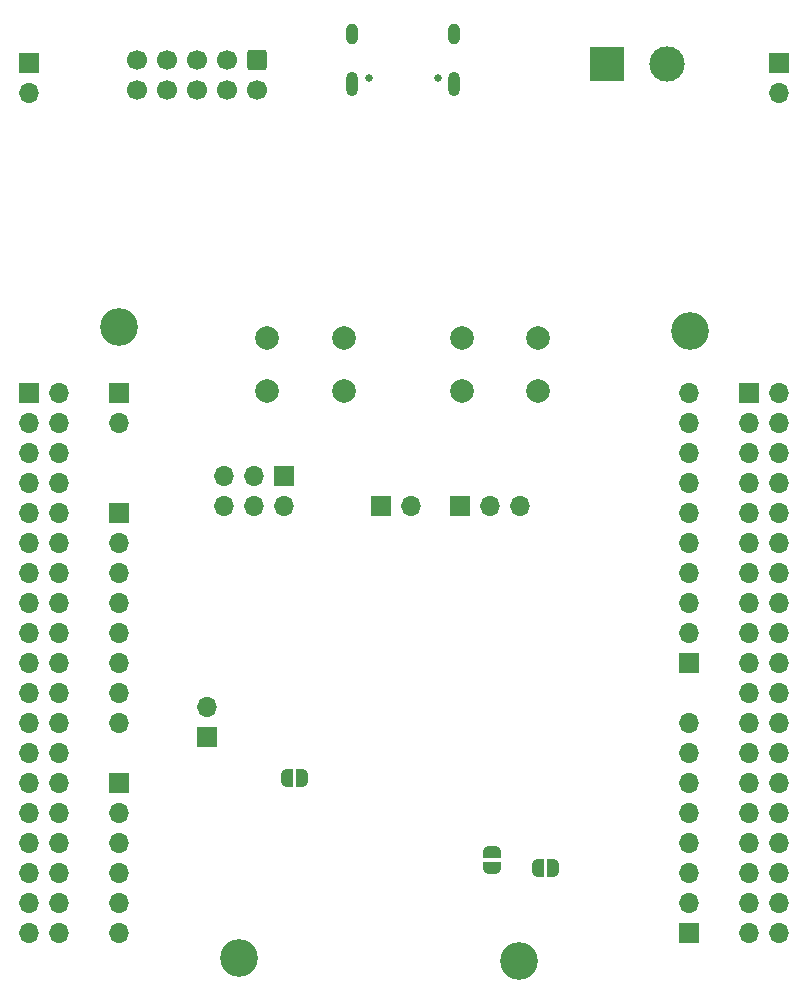
<source format=gbr>
%TF.GenerationSoftware,KiCad,Pcbnew,8.0.4*%
%TF.CreationDate,2024-12-11T23:07:32+07:00*%
%TF.ProjectId,G474-dev-board,47343734-2d64-4657-962d-626f6172642e,rev?*%
%TF.SameCoordinates,Original*%
%TF.FileFunction,Soldermask,Bot*%
%TF.FilePolarity,Negative*%
%FSLAX46Y46*%
G04 Gerber Fmt 4.6, Leading zero omitted, Abs format (unit mm)*
G04 Created by KiCad (PCBNEW 8.0.4) date 2024-12-11 23:07:32*
%MOMM*%
%LPD*%
G01*
G04 APERTURE LIST*
G04 Aperture macros list*
%AMRoundRect*
0 Rectangle with rounded corners*
0 $1 Rounding radius*
0 $2 $3 $4 $5 $6 $7 $8 $9 X,Y pos of 4 corners*
0 Add a 4 corners polygon primitive as box body*
4,1,4,$2,$3,$4,$5,$6,$7,$8,$9,$2,$3,0*
0 Add four circle primitives for the rounded corners*
1,1,$1+$1,$2,$3*
1,1,$1+$1,$4,$5*
1,1,$1+$1,$6,$7*
1,1,$1+$1,$8,$9*
0 Add four rect primitives between the rounded corners*
20,1,$1+$1,$2,$3,$4,$5,0*
20,1,$1+$1,$4,$5,$6,$7,0*
20,1,$1+$1,$6,$7,$8,$9,0*
20,1,$1+$1,$8,$9,$2,$3,0*%
%AMFreePoly0*
4,1,19,0.500000,-0.750000,0.000000,-0.750000,0.000000,-0.744911,-0.071157,-0.744911,-0.207708,-0.704816,-0.327430,-0.627875,-0.420627,-0.520320,-0.479746,-0.390866,-0.500000,-0.250000,-0.500000,0.250000,-0.479746,0.390866,-0.420627,0.520320,-0.327430,0.627875,-0.207708,0.704816,-0.071157,0.744911,0.000000,0.744911,0.000000,0.750000,0.500000,0.750000,0.500000,-0.750000,0.500000,-0.750000,
$1*%
%AMFreePoly1*
4,1,19,0.000000,0.744911,0.071157,0.744911,0.207708,0.704816,0.327430,0.627875,0.420627,0.520320,0.479746,0.390866,0.500000,0.250000,0.500000,-0.250000,0.479746,-0.390866,0.420627,-0.520320,0.327430,-0.627875,0.207708,-0.704816,0.071157,-0.744911,0.000000,-0.744911,0.000000,-0.750000,-0.500000,-0.750000,-0.500000,0.750000,0.000000,0.750000,0.000000,0.744911,0.000000,0.744911,
$1*%
G04 Aperture macros list end*
%ADD10C,1.700000*%
%ADD11RoundRect,0.250000X-0.600000X0.600000X-0.600000X-0.600000X0.600000X-0.600000X0.600000X0.600000X0*%
%ADD12C,2.000000*%
%ADD13FreePoly0,0.000000*%
%ADD14FreePoly1,0.000000*%
%ADD15R,1.700000X1.700000*%
%ADD16O,1.700000X1.700000*%
%ADD17C,3.200000*%
%ADD18R,3.000000X3.000000*%
%ADD19C,3.000000*%
%ADD20C,0.650000*%
%ADD21O,1.000000X2.100000*%
%ADD22O,1.000000X1.800000*%
%ADD23FreePoly0,270.000000*%
%ADD24FreePoly1,270.000000*%
G04 APERTURE END LIST*
D10*
%TO.C,J17*%
X114503200Y-64770000D03*
X114503200Y-62230000D03*
X117043200Y-64770000D03*
X117043200Y-62230000D03*
X119583200Y-64770000D03*
X119583200Y-62230000D03*
X122123200Y-64770000D03*
X122123200Y-62230000D03*
X124663200Y-64770000D03*
D11*
X124663200Y-62230000D03*
%TD*%
D12*
%TO.C,SW2*%
X125553400Y-85761000D03*
X132053400Y-85761000D03*
X125553400Y-90261000D03*
X132053400Y-90261000D03*
%TD*%
%TO.C,SW1*%
X148512600Y-90261000D03*
X142012600Y-90261000D03*
X148512600Y-85761000D03*
X142012600Y-85761000D03*
%TD*%
D13*
%TO.C,JP1*%
X127213600Y-123037600D03*
D14*
X128513600Y-123037600D03*
%TD*%
D15*
%TO.C,J16*%
X141909800Y-99974400D03*
D16*
X144449800Y-99974400D03*
X146989800Y-99974400D03*
%TD*%
D15*
%TO.C,J8*%
X113003800Y-90388600D03*
D16*
X113003800Y-92928600D03*
%TD*%
D15*
%TO.C,J1*%
X120472200Y-119532400D03*
D16*
X120472200Y-116992400D03*
%TD*%
D17*
%TO.C,H1*%
X146837400Y-138531600D03*
%TD*%
D16*
%TO.C,J9*%
X107948800Y-136108600D03*
X105408800Y-136108600D03*
X107948800Y-133568600D03*
X105408800Y-133568600D03*
X107948800Y-131028600D03*
X105408800Y-131028600D03*
X107948800Y-128488600D03*
X105408800Y-128488600D03*
X107948800Y-125948600D03*
X105408800Y-125948600D03*
X107948800Y-123408600D03*
X105408800Y-123408600D03*
X107948800Y-120868600D03*
X105408800Y-120868600D03*
X107948800Y-118328600D03*
X105408800Y-118328600D03*
X107948800Y-115788600D03*
X105408800Y-115788600D03*
X107948800Y-113248600D03*
X105408800Y-113248600D03*
X107948800Y-110708600D03*
X105408800Y-110708600D03*
X107948800Y-108168600D03*
X105408800Y-108168600D03*
X107948800Y-105628600D03*
X105408800Y-105628600D03*
X107948800Y-103088600D03*
X105408800Y-103088600D03*
X107948800Y-100548600D03*
X105408800Y-100548600D03*
X107948800Y-98008600D03*
X105408800Y-98008600D03*
X107948800Y-95468600D03*
X105408800Y-95468600D03*
X107948800Y-92928600D03*
X105408800Y-92928600D03*
X107948800Y-90388600D03*
D15*
X105408800Y-90388600D03*
%TD*%
D17*
%TO.C,H3*%
X161313800Y-85140800D03*
%TD*%
D15*
%TO.C,J7*%
X166368800Y-90388600D03*
D16*
X168908800Y-90388600D03*
X166368800Y-92928600D03*
X168908800Y-92928600D03*
X166368800Y-95468600D03*
X168908800Y-95468600D03*
X166368800Y-98008600D03*
X168908800Y-98008600D03*
X166368800Y-100548600D03*
X168908800Y-100548600D03*
X166368800Y-103088600D03*
X168908800Y-103088600D03*
X166368800Y-105628600D03*
X168908800Y-105628600D03*
X166368800Y-108168600D03*
X168908800Y-108168600D03*
X166368800Y-110708600D03*
X168908800Y-110708600D03*
X166368800Y-113248600D03*
X168908800Y-113248600D03*
X166368800Y-115788600D03*
X168908800Y-115788600D03*
X166368800Y-118328600D03*
X168908800Y-118328600D03*
X166368800Y-120868600D03*
X168908800Y-120868600D03*
X166368800Y-123408600D03*
X168908800Y-123408600D03*
X166368800Y-125948600D03*
X168908800Y-125948600D03*
X166368800Y-128488600D03*
X168908800Y-128488600D03*
X166368800Y-131028600D03*
X168908800Y-131028600D03*
X166368800Y-133568600D03*
X168908800Y-133568600D03*
X166368800Y-136108600D03*
X168908800Y-136108600D03*
%TD*%
D15*
%TO.C,J14*%
X105408800Y-62448600D03*
D16*
X105408800Y-64988600D03*
%TD*%
D18*
%TO.C,J12*%
X154279600Y-62611000D03*
D19*
X159359600Y-62611000D03*
%TD*%
D15*
%TO.C,J5*%
X161288800Y-136108600D03*
D16*
X161288800Y-133568600D03*
X161288800Y-131028600D03*
X161288800Y-128488600D03*
X161288800Y-125948600D03*
X161288800Y-123408600D03*
X161288800Y-120868600D03*
X161288800Y-118328600D03*
%TD*%
D17*
%TO.C,H2*%
X123164600Y-138277600D03*
%TD*%
D15*
%TO.C,J11*%
X135153400Y-99974400D03*
D16*
X137693400Y-99974400D03*
%TD*%
D15*
%TO.C,J15*%
X168908800Y-62448600D03*
D16*
X168908800Y-64988600D03*
%TD*%
D15*
%TO.C,J4*%
X113028800Y-123408600D03*
D16*
X113028800Y-125948600D03*
X113028800Y-128488600D03*
X113028800Y-131028600D03*
X113028800Y-133568600D03*
X113028800Y-136108600D03*
%TD*%
D17*
%TO.C,H4*%
X113003800Y-84861400D03*
%TD*%
D15*
%TO.C,J3*%
X113028800Y-100548600D03*
D16*
X113028800Y-103088600D03*
X113028800Y-105628600D03*
X113028800Y-108168600D03*
X113028800Y-110708600D03*
X113028800Y-113248600D03*
X113028800Y-115788600D03*
X113028800Y-118328600D03*
%TD*%
D20*
%TO.C,J10*%
X139971800Y-63716600D03*
X134191800Y-63716600D03*
D21*
X141401800Y-64236600D03*
D22*
X141401800Y-60036600D03*
D21*
X132761800Y-64236600D03*
D22*
X132761800Y-60036600D03*
%TD*%
D15*
%TO.C,J6*%
X161288800Y-113248600D03*
D16*
X161288800Y-110708600D03*
X161288800Y-108168600D03*
X161288800Y-105628600D03*
X161288800Y-103088600D03*
X161288800Y-100548600D03*
X161288800Y-98008600D03*
X161288800Y-95468600D03*
X161288800Y-92928600D03*
X161288800Y-90388600D03*
%TD*%
D15*
%TO.C,J13*%
X126985000Y-97459800D03*
D16*
X126985000Y-99999800D03*
X124445000Y-97459800D03*
X124445000Y-99999800D03*
X121905000Y-97459800D03*
X121905000Y-99999800D03*
%TD*%
D13*
%TO.C,JP3*%
X148473400Y-130606800D03*
D14*
X149773400Y-130606800D03*
%TD*%
D23*
%TO.C,JP2*%
X144576800Y-129306800D03*
D24*
X144576800Y-130606800D03*
%TD*%
M02*

</source>
